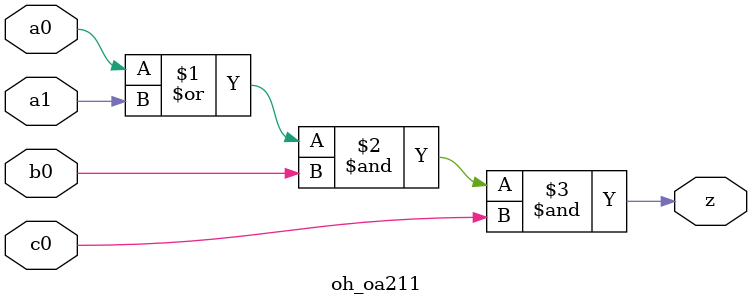
<source format=v>
module oh_oa211(	// file.cleaned.mlir:2:3
  input  a0,	// file.cleaned.mlir:2:26
         a1,	// file.cleaned.mlir:2:39
         b0,	// file.cleaned.mlir:2:52
         c0,	// file.cleaned.mlir:2:65
  output z	// file.cleaned.mlir:2:79
);

  assign z = (a0 | a1) & b0 & c0;	// file.cleaned.mlir:3:10, :4:10, :5:5
endmodule


</source>
